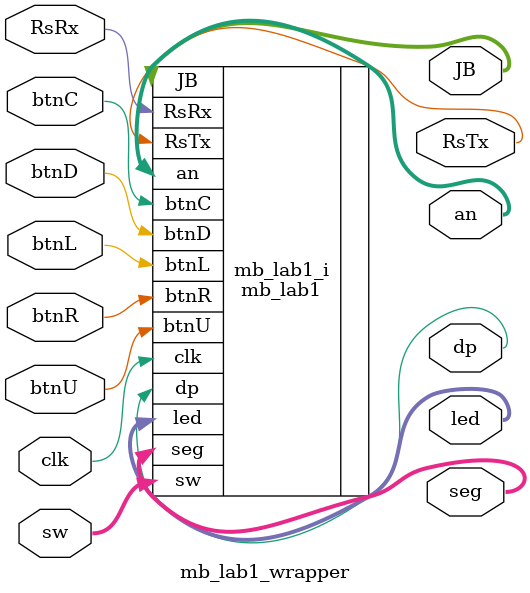
<source format=v>
`timescale 1 ps / 1 ps

module mb_lab1_wrapper
   (JB,
    RsRx,
    RsTx,
    an,
    btnC,
    btnD,
    btnL,
    btnR,
    btnU,
    clk,
    dp,
    led,
    seg,
    sw);
  output [7:0]JB;
  input RsRx;
  output RsTx;
  output [3:0]an;
  input btnC;
  input btnD;
  input btnL;
  input btnR;
  input btnU;
  input clk;
  output [0:0]dp;
  output [15:0]led;
  output [6:0]seg;
  input [15:0]sw;

  wire [7:0]JB;
  wire RsRx;
  wire RsTx;
  wire [3:0]an;
  wire btnC;
  wire btnD;
  wire btnL;
  wire btnR;
  wire btnU;
  wire clk;
  wire [0:0]dp;
  wire [15:0]led;
  wire [6:0]seg;
  wire [15:0]sw;

  mb_lab1 mb_lab1_i
       (.JB(JB),
        .RsRx(RsRx),
        .RsTx(RsTx),
        .an(an),
        .btnC(btnC),
        .btnD(btnD),
        .btnL(btnL),
        .btnR(btnR),
        .btnU(btnU),
        .clk(clk),
        .dp(dp),
        .led(led),
        .seg(seg),
        .sw(sw));
endmodule

</source>
